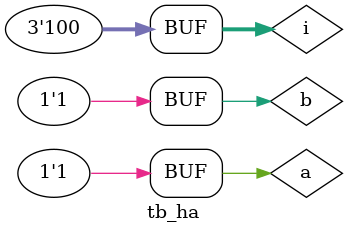
<source format=v>
`timescale 1ns/1ps
module tb_ha;

reg a,b;
wire sum,co;

reg [2:0]i;

ha dut(a,b,sum,co);

initial 
	begin
	$monitor($time,"ns a=%b b=%b co=%b sum=%b",a,b,co,sum);
	for(i=0;i<=3;i=i+1) 
		begin
		{a,b}=i[1:0];
		#5;
		end
	end

endmodule

</source>
